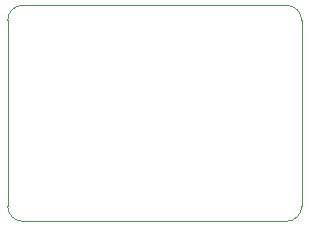
<source format=gbr>
%TF.GenerationSoftware,KiCad,Pcbnew,5.1.8*%
%TF.CreationDate,2020-12-26T07:32:41-08:00*%
%TF.ProjectId,teensy-toslink-receiver,7465656e-7379-42d7-946f-736c696e6b2d,rev?*%
%TF.SameCoordinates,Original*%
%TF.FileFunction,Profile,NP*%
%FSLAX46Y46*%
G04 Gerber Fmt 4.6, Leading zero omitted, Abs format (unit mm)*
G04 Created by KiCad (PCBNEW 5.1.8) date 2020-12-26 07:32:41*
%MOMM*%
%LPD*%
G01*
G04 APERTURE LIST*
%TA.AperFunction,Profile*%
%ADD10C,0.050000*%
%TD*%
G04 APERTURE END LIST*
D10*
X159004000Y-81534000D02*
X159004000Y-65786000D01*
X159004000Y-65786000D02*
G75*
G03*
X157734000Y-64516000I-1270000J0D01*
G01*
X159004000Y-81534000D02*
G75*
G02*
X157734000Y-82804000I-1270000J0D01*
G01*
X134112000Y-81534000D02*
G75*
G03*
X135382000Y-82804000I1270000J0D01*
G01*
X134112000Y-65786000D02*
G75*
G02*
X135382000Y-64516000I1270000J0D01*
G01*
X157734000Y-64516000D02*
X135382000Y-64516000D01*
X134112000Y-81534000D02*
X134112000Y-65786000D01*
X157734000Y-82804000D02*
X135382000Y-82804000D01*
M02*

</source>
